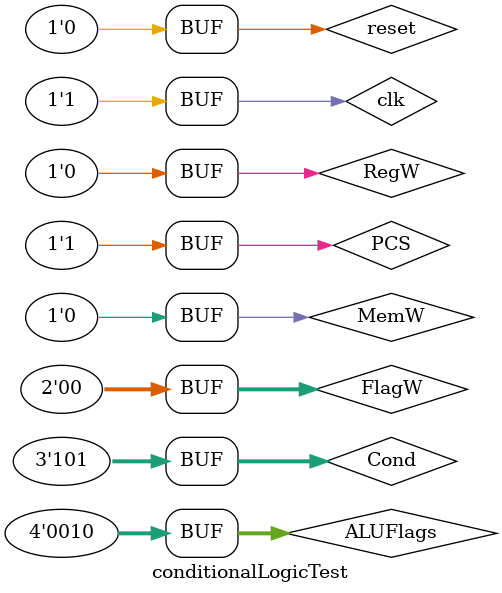
<source format=sv>
module conditionalLogicTest();

	logic clk, reset;
	logic [2:0] Cond;	//Código que viene de la instrucción en ejecución.
	logic [3:0] ALUFlags; 	//Flags (NZCV) que vienen desde la ALU. ALUFlags[3:2]-> NZ | ALUFlags[1:0]-> CV
	logic [1:0] FlagW; 		// FlaW[0] -> Para Carry y Overflow Flags. | FlaW[1] -> Para Negative y Zero Flags.
	logic PCS, RegW, MemW, NoWrite;
					  
	logic PCSrc, RegWrite, MemWrite;
	
	ConditionalLogic condLogic(clk, reset, Cond, ALUFlags, FlagW, PCS, RegW, MemW, NoWrite,
										PCSrc, RegWrite, MemWrite);
	
	//Creacion de un reloj
	always begin
		clk = 0; #5; clk=~clk; #5;
	end
	
	initial begin
	reset = 1; #1; reset = 0; #4;
	//NZCV
	// CMP R1,R2 ; Donde R1>R2
	Cond = 3'b000; PCS = 0; RegW = 0; MemW = 0; FlagW = 2'b11;
	
	ALUFlags = 4'b0010; #5; //El resultado del "CMP R1,R2" genera estos nuevos valores en las flags
	
	//Branch Instruction BGT
	
	Cond = 3'b011; PCS = 1; RegW = 0; MemW = 0; FlagW = 2'b00; #5;
	
	//---------------------------------------------------------------------------------------------------
	// CMP R1,R2 ; Donde R1>R2
	Cond = 3'b000; PCS = 0; RegW = 0; MemW = 0; FlagW = 2'b11;
	
	ALUFlags = 3'b0010; #10; //El resultado del "CMP R1,R2" genera estos nuevos valores en las flags
	
	//Branch Instruction BLT
	
	Cond = 3'b101; PCS = 1; RegW = 0; MemW = 0; FlagW = 2'b00; #5;
	
	end
	
	
endmodule
</source>
